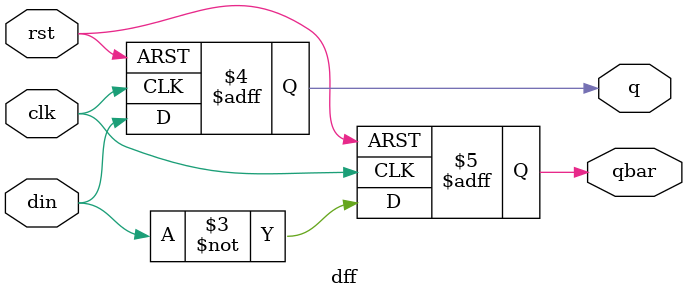
<source format=v>

module johnson(
input clk, rst,
output [3:0] count, count_bar
);

dff d0 (clk, count_bar[3], rst, count[0], count_bar[0]);
dff d1 (clk, count[0], rst, count[1], count_bar[1]);
dff d2 (clk, count[1], rst, count[2], count_bar[2]);
dff d3 (clk, count[2], rst, count[3], count_bar[3]);

endmodule

module dff(
input clk, din, rst,
output reg q, qbar
);

always@(posedge clk, posedge rst)
if (rst == 1'b1)
begin
q <= 1'b0;
qbar <= 1'b1;
end
else
begin
q <= din;
qbar <= ~din;
end
endmodule

</source>
